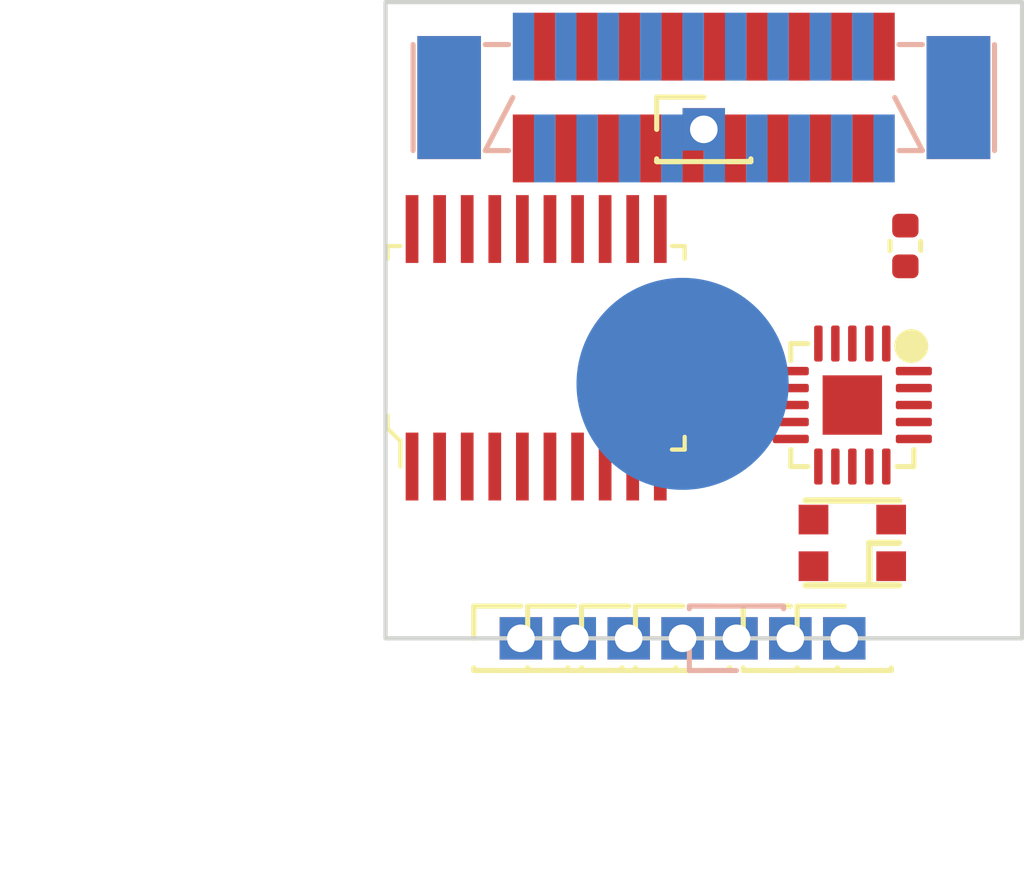
<source format=kicad_pcb>
(kicad_pcb (version 20221018) (generator pcbnew)
  (layers (0 "F.Cu" signal) (31 "B.Cu" signal) (34 "B.Paste" user) (35 "F.Paste" user) (36 "B.SilkS" user "B.Silkscreen") (37 "F.SilkS" user "F.Silkscreen") (38 "B.Mask" user) (39 "F.Mask" user) (44 "Edge.Cuts" user))
  (net 0 "")
  (net 1 "GND")
  (net 2 "/Vcap")
  (net 51 "LED_OUT")
  (net 52 "LED_IN")
  (net 53 "+3.3V")
  (footprint "Connector_PinHeader_1.27mm:PinHeader_1x01_P1.27mm_Vertical" (layer "F.Cu") (at 137.96 95.25)
    (fp_text reference "J5" hide)
    (fp_text value "Conn_01x01_Pin" hide)
    (fp_line (start -1.11 -0.76) (end 0 -0.76) (stroke (width 0.12)) (layer "F.SilkS"))
    (fp_line (start -1.11 0) (end -1.11 -0.76) (stroke (width 0.12)) (layer "F.SilkS"))
    (fp_line (start -1.11 0.76) (end -1.11 0.695) (stroke (width 0.12)) (layer "F.SilkS"))
    (fp_line (start -1.11 0.76) (end -0.563471 0.76) (stroke (width 0.12)) (layer "F.SilkS"))
    (fp_line (start -1.11 0.76) (end 1.11 0.76) (stroke (width 0.12)) (layer "F.SilkS"))
    (fp_line (start 0.563471 0.76) (end 1.11 0.76) (stroke (width 0.12)) (layer "F.SilkS"))
    (fp_line (start 1.11 0.76) (end 1.11 0.695) (stroke (width 0.12)) (layer "F.SilkS"))
    (pad "1" thru_hole rect (at 0 0) (size 1 1) (drill 0.65) (layers "*.Cu" "*.Mask"))
  )
  (footprint "00_custom-footprints:QFN-20-1EP_3x3mm_P0.4mm_EP1.4x1.4mm" (layer "F.Cu") (at 144.5 89.75 -90)
    (fp_text reference "U1" hide)
    (fp_text value "HC32L110C6UA" hide)
    (fp_line (start -1.45 1.45) (end -1.45 1.05) (stroke (width 0.12)) (layer "F.SilkS"))
    (fp_line (start -1.05 1.45) (end -1.45 1.45) (stroke (width 0.12)) (layer "F.SilkS"))
    (fp_line (start 1.05 -1.45) (end 1.45 -1.45) (stroke (width 0.12)) (layer "F.SilkS"))
    (fp_line (start 1.45 -1.45) (end 1.45 -1.05) (stroke (width 0.12)) (layer "F.SilkS"))
    (fp_line (start 1.45 1.05) (end 1.45 1.45) (stroke (width 0.12)) (layer "F.SilkS"))
    (fp_line (start 1.45 1.45) (end 1.05 1.45) (stroke (width 0.12)) (layer "F.SilkS"))
    (fp_circle (center -1.39 -1.39) (end -0.99 -1.39) (fill solid) (layer "F.SilkS"))
    (pad "1" smd roundrect (at -1.45 -0.8 270) (size 0.85 0.2) (layers "F.Cu" "F.Paste" "F.Mask"))
    (pad "2" smd roundrect (at -1.45 -0.4 270) (size 0.85 0.2) (layers "F.Cu" "F.Paste" "F.Mask"))
    (pad "3" smd roundrect (at -1.45 0 270) (size 0.85 0.2) (layers "F.Cu" "F.Paste" "F.Mask"))
    (pad "4" smd roundrect (at -1.45 0.4 270) (size 0.85 0.2) (layers "F.Cu" "F.Paste" "F.Mask") (net 1 "GND"))
    (pad "5" smd roundrect (at -1.45 0.8 270) (size 0.85 0.2) (layers "F.Cu" "F.Paste" "F.Mask") (net 2 "/Vcap"))
    (pad "6" smd roundrect (at -0.8 1.45 270) (size 0.2 0.85) (layers "F.Cu" "F.Paste" "F.Mask") (net 53 "+3.3V"))
    (pad "7" smd roundrect (at -0.4 1.45 270) (size 0.2 0.85) (layers "F.Cu" "F.Paste" "F.Mask"))
    (pad "8" smd roundrect (at 0 1.45 270) (size 0.2 0.85) (layers "F.Cu" "F.Paste" "F.Mask"))
    (pad "9" smd roundrect (at 0.4 1.45 270) (size 0.2 0.85) (layers "F.Cu" "F.Paste" "F.Mask"))
    (pad "10" smd roundrect (at 0.8 1.45 270) (size 0.2 0.85) (layers "F.Cu" "F.Paste" "F.Mask"))
    (pad "11" smd roundrect (at 1.45 0.8 270) (size 0.85 0.2) (layers "F.Cu" "F.Paste" "F.Mask"))
    (pad "12" smd roundrect (at 1.45 0.4 270) (size 0.85 0.2) (layers "F.Cu" "F.Paste" "F.Mask"))
    (pad "13" smd roundrect (at 1.45 0 270) (size 0.85 0.2) (layers "F.Cu" "F.Paste" "F.Mask"))
    (pad "14" smd roundrect (at 1.45 -0.4 270) (size 0.85 0.2) (layers "F.Cu" "F.Paste" "F.Mask"))
    (pad "15" smd roundrect (at 1.45 -0.8 270) (size 0.85 0.2) (layers "F.Cu" "F.Paste" "F.Mask"))
    (pad "16" smd roundrect (at 0.8 -1.45 270) (size 0.2 0.85) (layers "F.Cu" "F.Paste" "F.Mask"))
    (pad "17" smd roundrect (at 0.4 -1.45 270) (size 0.2 0.85) (layers "F.Cu" "F.Paste" "F.Mask"))
    (pad "18" smd roundrect (at 0 -1.45 270) (size 0.2 0.85) (layers "F.Cu" "F.Paste" "F.Mask"))
    (pad "19" smd roundrect (at -0.4 -1.45 270) (size 0.2 0.85) (layers "F.Cu" "F.Paste" "F.Mask"))
    (pad "20" smd roundrect (at -0.8 -1.45 270) (size 0.2 0.85) (layers "F.Cu" "F.Paste" "F.Mask"))
    (pad "21" smd rect (at 0 0 270) (size 1.4 1.4) (layers "F.Cu" "F.Mask") (net 1 "GND"))
  )
  (footprint "Capacitor_SMD:C_0402_1005Metric" (layer "F.Cu") (at 145.75 86 -90)
    (fp_text reference "C1" hide)
    (fp_text value "4.7uF" hide)
    (fp_line (start -0.107836 -0.36) (end 0.107836 -0.36) (stroke (width 0.12)) (layer "F.SilkS"))
    (fp_line (start -0.107836 0.36) (end 0.107836 0.36) (stroke (width 0.12)) (layer "F.SilkS"))
    (pad "1" smd roundrect (at -0.48 0 270) (size 0.56 0.62) (layers "F.Cu" "F.Paste" "F.Mask") (net 1 "GND"))
    (pad "2" smd roundrect (at 0.48 0 270) (size 0.56 0.62) (layers "F.Cu" "F.Paste" "F.Mask") (net 2 "/Vcap"))
  )
  (footprint "00_custom-footprints:XF2J-1824-12A" (layer "F.Cu") (at 141 82.5)
    (fp_text reference "J4" hide)
    (fp_text value "XF2J-1824-12A" hide)
    (fp_line (start -6.85 1.25) (end -6.85 -1.25) (stroke (width 0.12)) (layer "F.SilkS"))
    (fp_line (start -4.6 -1.25) (end -5.15 -1.25) (stroke (width 0.12)) (layer "F.SilkS"))
    (fp_line (start -4.6 1.25) (end -5.15 1.25) (stroke (width 0.12)) (layer "F.SilkS"))
    (fp_line (start -4.5 0) (end -5.15 1.25) (stroke (width 0.12)) (layer "F.SilkS"))
    (fp_line (start 4.5 0) (end 5.15 1.25) (stroke (width 0.12)) (layer "F.SilkS"))
    (fp_line (start 4.6 1.25) (end 5.15 1.25) (stroke (width 0.12)) (layer "F.SilkS"))
    (fp_line (start 5.15 -1.25) (end 4.6 -1.25) (stroke (width 0.12)) (layer "F.SilkS"))
    (fp_line (start 6.85 1.25) (end 6.85 -1.25) (stroke (width 0.12)) (layer "F.SilkS"))
    (pad "1" smd rect (at -4.25 1.2) (size 0.5 1.6) (layers "F.Cu" "F.Paste" "F.Mask"))
    (pad "2" smd rect (at -3.75 -1.2) (size 0.5 1.6) (layers "F.Cu" "F.Paste" "F.Mask"))
    (pad "3" smd rect (at -3.25 1.2) (size 0.5 1.6) (layers "F.Cu" "F.Paste" "F.Mask"))
    (pad "4" smd rect (at -2.75 -1.2) (size 0.5 1.6) (layers "F.Cu" "F.Paste" "F.Mask"))
    (pad "5" smd rect (at -2.25 1.2) (size 0.5 1.6) (layers "F.Cu" "F.Paste" "F.Mask"))
    (pad "6" smd rect (at -1.75 -1.2) (size 0.5 1.6) (layers "F.Cu" "F.Paste" "F.Mask"))
    (pad "7" smd rect (at -1.25 1.2) (size 0.5 1.6) (layers "F.Cu" "F.Paste" "F.Mask"))
    (pad "8" smd rect (at -0.75 -1.2) (size 0.5 1.6) (layers "F.Cu" "F.Paste" "F.Mask"))
    (pad "9" smd rect (at -0.25 1.2) (size 0.5 1.6) (layers "F.Cu" "F.Paste" "F.Mask"))
    (pad "10" smd rect (at 0.25 -1.2) (size 0.5 1.6) (layers "F.Cu" "F.Paste" "F.Mask"))
    (pad "11" smd rect (at 0.75 1.2) (size 0.5 1.6) (layers "F.Cu" "F.Paste" "F.Mask"))
    (pad "12" smd rect (at 1.25 -1.2) (size 0.5 1.6) (layers "F.Cu" "F.Paste" "F.Mask"))
    (pad "13" smd rect (at 1.75 1.2) (size 0.5 1.6) (layers "F.Cu" "F.Paste" "F.Mask"))
    (pad "14" smd rect (at 2.25 -1.2) (size 0.5 1.6) (layers "F.Cu" "F.Paste" "F.Mask"))
    (pad "15" smd rect (at 2.75 1.2) (size 0.5 1.6) (layers "F.Cu" "F.Paste" "F.Mask"))
    (pad "16" smd rect (at 3.25 -1.2) (size 0.5 1.6) (layers "F.Cu" "F.Paste" "F.Mask"))
    (pad "17" smd rect (at 3.75 1.2) (size 0.5 1.6) (layers "F.Cu" "F.Paste" "F.Mask"))
    (pad "18" smd rect (at 4.25 -1.2) (size 0.5 1.6) (layers "F.Cu" "F.Paste" "F.Mask"))
    (pad "19" smd rect (at -6 0) (size 1.5 2.9) (layers "F.Cu" "F.Paste" "F.Mask"))
    (pad "20" smd rect (at 6 0) (size 1.5 2.9) (layers "F.Cu" "F.Paste" "F.Mask"))
  )
  (footprint "00_custom-footprints:WS2812-2020" (layer "F.Cu") (at 144.5 93)
    (fp_text reference "LED1" hide)
    (fp_text value "WS2812-2020" hide)
    (fp_line (start -1.1 -1) (end 1.1 -1) (stroke (width 0.15)) (layer "F.SilkS"))
    (fp_line (start -1.1 1) (end 1.1 1) (stroke (width 0.15)) (layer "F.SilkS"))
    (fp_line (start 0.4 0) (end 1.1 0) (stroke (width 0.15)) (layer "F.SilkS"))
    (fp_line (start 0.4 1) (end 0.4 0) (stroke (width 0.15)) (layer "F.SilkS"))
    (pad "1" smd rect (at 0.915 0.55) (size 0.7 0.7) (layers "F.Cu" "F.Paste" "F.Mask") (net 51 "LED_OUT"))
    (pad "2" smd rect (at 0.915 -0.55) (size 0.7 0.7) (layers "F.Cu" "F.Paste" "F.Mask") (net 1 "GND"))
    (pad "3" smd rect (at -0.915 -0.55) (size 0.7 0.7) (layers "F.Cu" "F.Paste" "F.Mask") (net 52 "LED_IN"))
    (pad "4" smd rect (at -0.915 0.55) (size 0.7 0.7) (layers "F.Cu" "F.Paste" "F.Mask") (net 53 "+3.3V"))
  )
  (footprint "Connector_PinHeader_1.27mm:PinHeader_1x01_P1.27mm_Vertical" (layer "F.Cu") (at 144.31 95.25)
    (fp_text reference "J8" hide)
    (fp_text value "Conn_01x01_Pin" hide)
    (fp_line (start -1.11 -0.76) (end 0 -0.76) (stroke (width 0.12)) (layer "F.SilkS"))
    (fp_line (start -1.11 0) (end -1.11 -0.76) (stroke (width 0.12)) (layer "F.SilkS"))
    (fp_line (start -1.11 0.76) (end -1.11 0.695) (stroke (width 0.12)) (layer "F.SilkS"))
    (fp_line (start -1.11 0.76) (end -0.563471 0.76) (stroke (width 0.12)) (layer "F.SilkS"))
    (fp_line (start -1.11 0.76) (end 1.11 0.76) (stroke (width 0.12)) (layer "F.SilkS"))
    (fp_line (start 0.563471 0.76) (end 1.11 0.76) (stroke (width 0.12)) (layer "F.SilkS"))
    (fp_line (start 1.11 0.76) (end 1.11 0.695) (stroke (width 0.12)) (layer "F.SilkS"))
    (pad "1" thru_hole rect (at 0 0) (size 1 1) (drill 0.65) (layers "*.Cu" "*.Mask"))
  )
  (footprint "Connector_PinHeader_1.27mm:PinHeader_1x01_P1.27mm_Vertical" (layer "F.Cu") (at 141 83.25)
    (fp_text reference "J1" hide)
    (fp_text value "Conn_01x01_Pin" hide)
    (fp_line (start -1.11 -0.76) (end 0 -0.76) (stroke (width 0.12)) (layer "F.SilkS"))
    (fp_line (start -1.11 0) (end -1.11 -0.76) (stroke (width 0.12)) (layer "F.SilkS"))
    (fp_line (start -1.11 0.76) (end -1.11 0.695) (stroke (width 0.12)) (layer "F.SilkS"))
    (fp_line (start -1.11 0.76) (end -0.563471 0.76) (stroke (width 0.12)) (layer "F.SilkS"))
    (fp_line (start -1.11 0.76) (end 1.11 0.76) (stroke (width 0.12)) (layer "F.SilkS"))
    (fp_line (start 0.563471 0.76) (end 1.11 0.76) (stroke (width 0.12)) (layer "F.SilkS"))
    (fp_line (start 1.11 0.76) (end 1.11 0.695) (stroke (width 0.12)) (layer "F.SilkS"))
    (pad "1" thru_hole rect (at 0 0) (size 1 1) (drill 0.65) (layers "*.Cu" "*.Mask"))
  )
  (footprint "digikey-footprints:TSSOP-20_W4.4mm" (layer "F.Cu") (at 137.05 88.4)
    (fp_text reference "U2" hide)
    (fp_text value "74HC688" hide)
    (fp_line (start -3.5 -2.4) (end -3.5 -2.1) (stroke (width 0.1)) (layer "F.SilkS"))
    (fp_line (start -3.5 1.6) (end -3.5 1.9) (stroke (width 0.1)) (layer "F.SilkS"))
    (fp_line (start -3.5 1.9) (end -3.2 2.2) (stroke (width 0.1)) (layer "F.SilkS"))
    (fp_line (start -3.2 -2.4) (end -3.5 -2.4) (stroke (width 0.1)) (layer "F.SilkS"))
    (fp_line (start -3.2 2.2) (end -3.2 2.8) (stroke (width 0.1)) (layer "F.SilkS"))
    (fp_line (start 3.2 -2.4) (end 3.5 -2.4) (stroke (width 0.1)) (layer "F.SilkS"))
    (fp_line (start 3.5 -2.4) (end 3.5 -2.1) (stroke (width 0.1)) (layer "F.SilkS"))
    (fp_line (start 3.5 2.4) (end 3.2 2.4) (stroke (width 0.1)) (layer "F.SilkS"))
    (fp_line (start 3.5 2.4) (end 3.5 2.1) (stroke (width 0.1)) (layer "F.SilkS"))
    (pad "1" smd rect (at -2.925 2.8) (size 0.3 1.6) (layers "F.Cu" "F.Paste" "F.Mask"))
    (pad "2" smd rect (at -2.275 2.8) (size 0.3 1.6) (layers "F.Cu" "F.Paste" "F.Mask"))
    (pad "3" smd rect (at -1.625 2.8) (size 0.3 1.6) (layers "F.Cu" "F.Paste" "F.Mask"))
    (pad "4" smd rect (at -0.975 2.8) (size 0.3 1.6) (layers "F.Cu" "F.Paste" "F.Mask"))
    (pad "5" smd rect (at -0.325 2.8) (size 0.3 1.6) (layers "F.Cu" "F.Paste" "F.Mask"))
    (pad "6" smd rect (at 0.325 2.8) (size 0.3 1.6) (layers "F.Cu" "F.Paste" "F.Mask"))
    (pad "7" smd rect (at 0.975 2.8) (size 0.3 1.6) (layers "F.Cu" "F.Paste" "F.Mask"))
    (pad "8" smd rect (at 1.625 2.8) (size 0.3 1.6) (layers "F.Cu" "F.Paste" "F.Mask"))
    (pad "9" smd rect (at 2.275 2.8) (size 0.3 1.6) (layers "F.Cu" "F.Paste" "F.Mask"))
    (pad "10" smd rect (at 2.925 2.8) (size 0.3 1.6) (layers "F.Cu" "F.Paste" "F.Mask"))
    (pad "11" smd rect (at 2.925 -2.8) (size 0.3 1.6) (layers "F.Cu" "F.Paste" "F.Mask"))
    (pad "12" smd rect (at 2.275 -2.8) (size 0.3 1.6) (layers "F.Cu" "F.Paste" "F.Mask"))
    (pad "13" smd rect (at 1.625 -2.8) (size 0.3 1.6) (layers "F.Cu" "F.Paste" "F.Mask"))
    (pad "14" smd rect (at 0.975 -2.8) (size 0.3 1.6) (layers "F.Cu" "F.Paste" "F.Mask"))
    (pad "15" smd rect (at 0.325 -2.8) (size 0.3 1.6) (layers "F.Cu" "F.Paste" "F.Mask"))
    (pad "16" smd rect (at -0.325 -2.8) (size 0.3 1.6) (layers "F.Cu" "F.Paste" "F.Mask"))
    (pad "17" smd rect (at -0.975 -2.8) (size 0.3 1.6) (layers "F.Cu" "F.Paste" "F.Mask"))
    (pad "18" smd rect (at -1.625 -2.8) (size 0.3 1.6) (layers "F.Cu" "F.Paste" "F.Mask"))
    (pad "19" smd rect (at -2.275 -2.8) (size 0.3 1.6) (layers "F.Cu" "F.Paste" "F.Mask"))
    (pad "20" smd rect (at -2.925 -2.8) (size 0.3 1.6) (layers "F.Cu" "F.Paste" "F.Mask"))
  )
  (footprint "Connector_PinHeader_1.27mm:PinHeader_1x01_P1.27mm_Vertical" (layer "F.Cu") (at 139.23 95.25)
    (fp_text reference "J7" hide)
    (fp_text value "Conn_01x01_Pin" hide)
    (fp_line (start -1.11 -0.76) (end 0 -0.76) (stroke (width 0.12)) (layer "F.SilkS"))
    (fp_line (start -1.11 0) (end -1.11 -0.76) (stroke (width 0.12)) (layer "F.SilkS"))
    (fp_line (start -1.11 0.76) (end -1.11 0.695) (stroke (width 0.12)) (layer "F.SilkS"))
    (fp_line (start -1.11 0.76) (end -0.563471 0.76) (stroke (width 0.12)) (layer "F.SilkS"))
    (fp_line (start -1.11 0.76) (end 1.11 0.76) (stroke (width 0.12)) (layer "F.SilkS"))
    (fp_line (start 0.563471 0.76) (end 1.11 0.76) (stroke (width 0.12)) (layer "F.SilkS"))
    (fp_line (start 1.11 0.76) (end 1.11 0.695) (stroke (width 0.12)) (layer "F.SilkS"))
    (pad "1" thru_hole rect (at 0 0) (size 1 1) (drill 0.65) (layers "*.Cu" "*.Mask"))
  )
  (footprint "Connector_PinHeader_1.27mm:PinHeader_1x01_P1.27mm_Vertical" (layer "F.Cu") (at 136.69 95.25)
    (fp_text reference "J3" hide)
    (fp_text value "Conn_01x01_Pin" hide)
    (fp_line (start -1.11 -0.76) (end 0 -0.76) (stroke (width 0.12)) (layer "F.SilkS"))
    (fp_line (start -1.11 0) (end -1.11 -0.76) (stroke (width 0.12)) (layer "F.SilkS"))
    (fp_line (start -1.11 0.76) (end -1.11 0.695) (stroke (width 0.12)) (layer "F.SilkS"))
    (fp_line (start -1.11 0.76) (end -0.563471 0.76) (stroke (width 0.12)) (layer "F.SilkS"))
    (fp_line (start -1.11 0.76) (end 1.11 0.76) (stroke (width 0.12)) (layer "F.SilkS"))
    (fp_line (start 0.563471 0.76) (end 1.11 0.76) (stroke (width 0.12)) (layer "F.SilkS"))
    (fp_line (start 1.11 0.76) (end 1.11 0.695) (stroke (width 0.12)) (layer "F.SilkS"))
    (pad "1" thru_hole rect (at 0 0) (size 1 1) (drill 0.65) (layers "*.Cu" "*.Mask"))
  )
  (footprint "Connector_PinHeader_1.27mm:PinHeader_1x01_P1.27mm_Vertical" (layer "F.Cu") (at 143.04 95.25)
    (fp_text reference "J6" hide)
    (fp_text value "Conn_01x01_Pin" hide)
    (fp_line (start -1.11 -0.76) (end 0 -0.76) (stroke (width 0.12)) (layer "F.SilkS"))
    (fp_line (start -1.11 0) (end -1.11 -0.76) (stroke (width 0.12)) (layer "F.SilkS"))
    (fp_line (start -1.11 0.76) (end -1.11 0.695) (stroke (width 0.12)) (layer "F.SilkS"))
    (fp_line (start -1.11 0.76) (end -0.563471 0.76) (stroke (width 0.12)) (layer "F.SilkS"))
    (fp_line (start -1.11 0.76) (end 1.11 0.76) (stroke (width 0.12)) (layer "F.SilkS"))
    (fp_line (start 0.563471 0.76) (end 1.11 0.76) (stroke (width 0.12)) (layer "F.SilkS"))
    (fp_line (start 1.11 0.76) (end 1.11 0.695) (stroke (width 0.12)) (layer "F.SilkS"))
    (pad "1" thru_hole rect (at 0 0) (size 1 1) (drill 0.65) (layers "*.Cu" "*.Mask"))
  )
  (footprint "Connector_PinHeader_1.27mm:PinHeader_1x01_P1.27mm_Vertical" (layer "F.Cu") (at 140.5 95.25)
    (fp_text reference "J9" hide)
    (fp_text value "Conn_01x01_Pin" hide)
    (fp_line (start -1.11 -0.76) (end 0 -0.76) (stroke (width 0.12)) (layer "F.SilkS"))
    (fp_line (start -1.11 0) (end -1.11 -0.76) (stroke (width 0.12)) (layer "F.SilkS"))
    (fp_line (start -1.11 0.76) (end -1.11 0.695) (stroke (width 0.12)) (layer "F.SilkS"))
    (fp_line (start -1.11 0.76) (end -0.563471 0.76) (stroke (width 0.12)) (layer "F.SilkS"))
    (fp_line (start -1.11 0.76) (end 1.11 0.76) (stroke (width 0.12)) (layer "F.SilkS"))
    (fp_line (start 0.563471 0.76) (end 1.11 0.76) (stroke (width 0.12)) (layer "F.SilkS"))
    (fp_line (start 1.11 0.76) (end 1.11 0.695) (stroke (width 0.12)) (layer "F.SilkS"))
    (pad "1" thru_hole rect (at 0 0) (size 1 1) (drill 0.65) (layers "*.Cu" "*.Mask"))
  )
  (footprint "00_custom-footprints:XF2J-1824-12A" (layer "B.Cu") (at 141 82.5 180)
    (fp_text reference "J10" hide)
    (fp_text value "XF2J-1824-12A" hide)
    (fp_line (start -6.85 -1.25) (end -6.85 1.25) (stroke (width 0.12)) (layer "B.SilkS"))
    (fp_line (start -4.6 -1.25) (end -5.15 -1.25) (stroke (width 0.12)) (layer "B.SilkS"))
    (fp_line (start -4.6 1.25) (end -5.15 1.25) (stroke (width 0.12)) (layer "B.SilkS"))
    (fp_line (start -4.5 0) (end -5.15 -1.25) (stroke (width 0.12)) (layer "B.SilkS"))
    (fp_line (start 4.5 0) (end 5.15 -1.25) (stroke (width 0.12)) (layer "B.SilkS"))
    (fp_line (start 4.6 -1.25) (end 5.15 -1.25) (stroke (width 0.12)) (layer "B.SilkS"))
    (fp_line (start 5.15 1.25) (end 4.6 1.25) (stroke (width 0.12)) (layer "B.SilkS"))
    (fp_line (start 6.85 -1.25) (end 6.85 1.25) (stroke (width 0.12)) (layer "B.SilkS"))
    (pad "1" smd rect (at -4.25 -1.2 180) (size 0.5 1.6) (layers "B.Cu" "B.Paste" "B.Mask"))
    (pad "2" smd rect (at -3.75 1.2 180) (size 0.5 1.6) (layers "B.Cu" "B.Paste" "B.Mask"))
    (pad "3" smd rect (at -3.25 -1.2 180) (size 0.5 1.6) (layers "B.Cu" "B.Paste" "B.Mask"))
    (pad "4" smd rect (at -2.75 1.2 180) (size 0.5 1.6) (layers "B.Cu" "B.Paste" "B.Mask"))
    (pad "5" smd rect (at -2.25 -1.2 180) (size 0.5 1.6) (layers "B.Cu" "B.Paste" "B.Mask"))
    (pad "6" smd rect (at -1.75 1.2 180) (size 0.5 1.6) (layers "B.Cu" "B.Paste" "B.Mask"))
    (pad "7" smd rect (at -1.25 -1.2 180) (size 0.5 1.6) (layers "B.Cu" "B.Paste" "B.Mask"))
    (pad "8" smd rect (at -0.75 1.2 180) (size 0.5 1.6) (layers "B.Cu" "B.Paste" "B.Mask"))
    (pad "9" smd rect (at -0.25 -1.2 180) (size 0.5 1.6) (layers "B.Cu" "B.Paste" "B.Mask"))
    (pad "10" smd rect (at 0.25 1.2 180) (size 0.5 1.6) (layers "B.Cu" "B.Paste" "B.Mask"))
    (pad "11" smd rect (at 0.75 -1.2 180) (size 0.5 1.6) (layers "B.Cu" "B.Paste" "B.Mask"))
    (pad "12" smd rect (at 1.25 1.2 180) (size 0.5 1.6) (layers "B.Cu" "B.Paste" "B.Mask"))
    (pad "13" smd rect (at 1.75 -1.2 180) (size 0.5 1.6) (layers "B.Cu" "B.Paste" "B.Mask"))
    (pad "14" smd rect (at 2.25 1.2 180) (size 0.5 1.6) (layers "B.Cu" "B.Paste" "B.Mask"))
    (pad "15" smd rect (at 2.75 -1.2 180) (size 0.5 1.6) (layers "B.Cu" "B.Paste" "B.Mask"))
    (pad "16" smd rect (at 3.25 1.2 180) (size 0.5 1.6) (layers "B.Cu" "B.Paste" "B.Mask"))
    (pad "17" smd rect (at 3.75 -1.2 180) (size 0.5 1.6) (layers "B.Cu" "B.Paste" "B.Mask"))
    (pad "18" smd rect (at 4.25 1.2 180) (size 0.5 1.6) (layers "B.Cu" "B.Paste" "B.Mask"))
    (pad "19" smd rect (at -6 0 180) (size 1.5 2.9) (layers "B.Cu" "B.Paste" "B.Mask"))
    (pad "20" smd rect (at 6 0 180) (size 1.5 2.9) (layers "B.Cu" "B.Paste" "B.Mask"))
  )
  (footprint "Connector_PinHeader_1.27mm:PinHeader_1x01_P1.27mm_Vertical" (layer "B.Cu") (at 141.77 95.25)
    (fp_text reference "J2" hide)
    (fp_text value "Conn_01x01_Pin" hide)
    (fp_line (start -1.11 -0.76) (end -1.11 -0.695) (stroke (width 0.12)) (layer "B.SilkS"))
    (fp_line (start -1.11 -0.76) (end -0.563471 -0.76) (stroke (width 0.12)) (layer "B.SilkS"))
    (fp_line (start -1.11 -0.76) (end 1.11 -0.76) (stroke (width 0.12)) (layer "B.SilkS"))
    (fp_line (start -1.11 0) (end -1.11 0.76) (stroke (width 0.12)) (layer "B.SilkS"))
    (fp_line (start -1.11 0.76) (end 0 0.76) (stroke (width 0.12)) (layer "B.SilkS"))
    (fp_line (start 0.563471 -0.76) (end 1.11 -0.76) (stroke (width 0.12)) (layer "B.SilkS"))
    (fp_line (start 1.11 -0.76) (end 1.11 -0.695) (stroke (width 0.12)) (layer "B.SilkS"))
    (pad "1" thru_hole rect (at 0 0) (size 1 1) (drill 0.65) (layers "*.Cu" "*.Mask"))
  )
  (gr_circle (center 140.5 89.25) (end 143 89.25) (fill solid) (layer "B.Cu"))
  (gr_rect (start 133.5 80.25) (end 148.5 95.25) (stroke (width 0.1)) (fill none) (layer "Edge.Cuts"))
)
</source>
